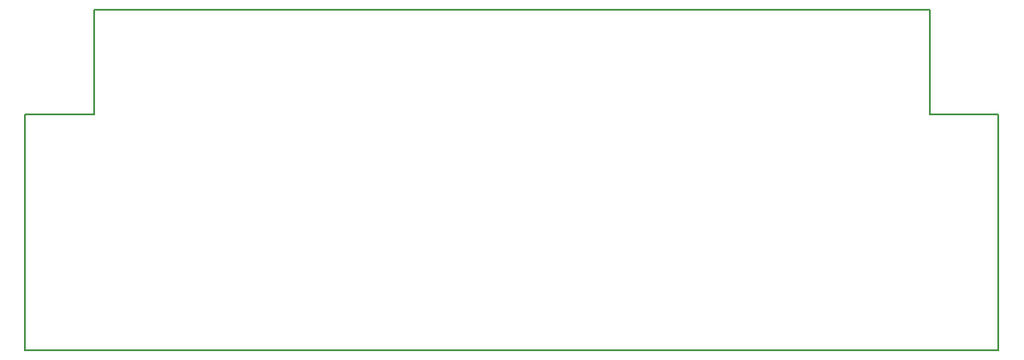
<source format=gbr>
%TF.GenerationSoftware,KiCad,Pcbnew,5.1.6-1.fc32*%
%TF.CreationDate,2020-06-21T11:50:06-03:00*%
%TF.ProjectId,pc104-adapter,70633130-342d-4616-9461-707465722e6b,rev?*%
%TF.SameCoordinates,Original*%
%TF.FileFunction,Profile,NP*%
%FSLAX46Y46*%
G04 Gerber Fmt 4.6, Leading zero omitted, Abs format (unit mm)*
G04 Created by KiCad (PCBNEW 5.1.6-1.fc32) date 2020-06-21 11:50:06*
%MOMM*%
%LPD*%
G01*
G04 APERTURE LIST*
%TA.AperFunction,Profile*%
%ADD10C,0.150000*%
%TD*%
G04 APERTURE END LIST*
D10*
X176140000Y-87436000D02*
X182700000Y-87436000D01*
X182700000Y-110000000D02*
X182700000Y-87436000D01*
X89900000Y-87436000D02*
X96460000Y-87436000D01*
X89900000Y-110000000D02*
X89900000Y-87436000D01*
X89900000Y-110000000D02*
X182700000Y-110000000D01*
X96460000Y-77436000D02*
X96460000Y-87436000D01*
X176140000Y-77436000D02*
X176140000Y-87436000D01*
X96460000Y-77436000D02*
X176140000Y-77436000D01*
M02*

</source>
